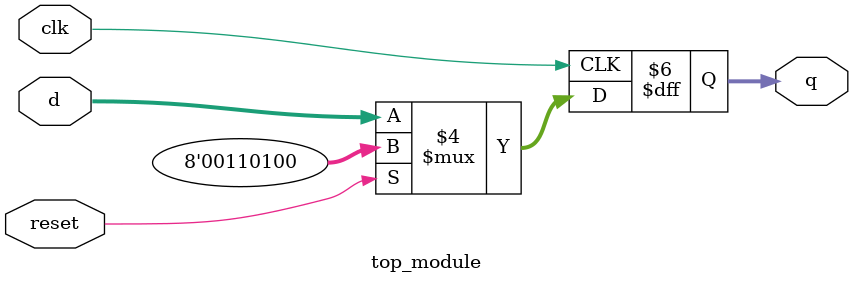
<source format=v>
module top_module (
    input clk,
    input reset,
    input [7:0] d,
    output [7:0] q
);
    always @(negedge clk)begin
        if(reset == 1'b1)begin
            q <= 8'h34;
        end
        else begin
            q <= d;
        end
    end

endmodule
</source>
